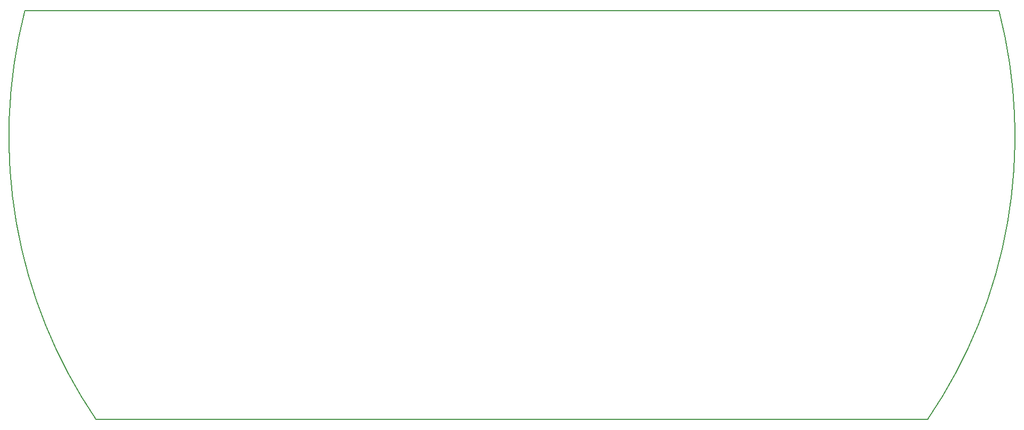
<source format=gm1>
G04 #@! TF.FileFunction,Profile,NP*
%FSLAX46Y46*%
G04 Gerber Fmt 4.6, Leading zero omitted, Abs format (unit mm)*
G04 Created by KiCad (PCBNEW 4.0.6) date Sunday, June 18, 2017 'PMt' 07:47:11 PM*
%MOMM*%
%LPD*%
G01*
G04 APERTURE LIST*
%ADD10C,0.100000*%
%ADD11C,0.150000*%
G04 APERTURE END LIST*
D10*
D11*
X72450518Y-39996493D02*
G75*
G03X83750000Y-105000000I77549482J-20003507D01*
G01*
X227337414Y-40001888D02*
G75*
G02X216000000Y-105000000I-77337414J-19998112D01*
G01*
X216000000Y-105000000D02*
X83750000Y-105000000D01*
X72450000Y-40000000D02*
X227330000Y-40000000D01*
M02*

</source>
